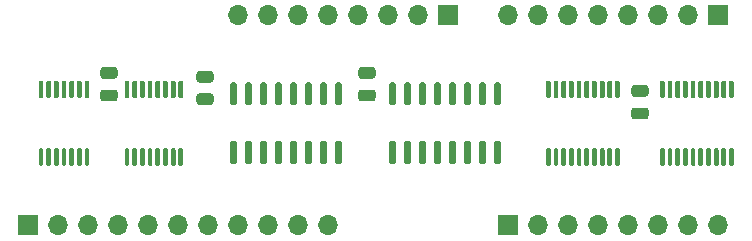
<source format=gbr>
%TF.GenerationSoftware,KiCad,Pcbnew,(5.1.10-1-10_14)*%
%TF.CreationDate,2021-12-11T09:19:18-05:00*%
%TF.ProjectId,control-unit,636f6e74-726f-46c2-9d75-6e69742e6b69,rev?*%
%TF.SameCoordinates,Original*%
%TF.FileFunction,Soldermask,Top*%
%TF.FilePolarity,Negative*%
%FSLAX46Y46*%
G04 Gerber Fmt 4.6, Leading zero omitted, Abs format (unit mm)*
G04 Created by KiCad (PCBNEW (5.1.10-1-10_14)) date 2021-12-11 09:19:18*
%MOMM*%
%LPD*%
G01*
G04 APERTURE LIST*
%ADD10O,1.700000X1.700000*%
%ADD11R,1.700000X1.700000*%
G04 APERTURE END LIST*
%TO.C,C4*%
G36*
G01*
X179865000Y-87572000D02*
X180815000Y-87572000D01*
G75*
G02*
X181065000Y-87822000I0J-250000D01*
G01*
X181065000Y-88322000D01*
G75*
G02*
X180815000Y-88572000I-250000J0D01*
G01*
X179865000Y-88572000D01*
G75*
G02*
X179615000Y-88322000I0J250000D01*
G01*
X179615000Y-87822000D01*
G75*
G02*
X179865000Y-87572000I250000J0D01*
G01*
G37*
G36*
G01*
X179865000Y-85672000D02*
X180815000Y-85672000D01*
G75*
G02*
X181065000Y-85922000I0J-250000D01*
G01*
X181065000Y-86422000D01*
G75*
G02*
X180815000Y-86672000I-250000J0D01*
G01*
X179865000Y-86672000D01*
G75*
G02*
X179615000Y-86422000I0J250000D01*
G01*
X179615000Y-85922000D01*
G75*
G02*
X179865000Y-85672000I250000J0D01*
G01*
G37*
%TD*%
%TO.C,C3*%
G36*
G01*
X135857000Y-85148000D02*
X134907000Y-85148000D01*
G75*
G02*
X134657000Y-84898000I0J250000D01*
G01*
X134657000Y-84398000D01*
G75*
G02*
X134907000Y-84148000I250000J0D01*
G01*
X135857000Y-84148000D01*
G75*
G02*
X136107000Y-84398000I0J-250000D01*
G01*
X136107000Y-84898000D01*
G75*
G02*
X135857000Y-85148000I-250000J0D01*
G01*
G37*
G36*
G01*
X135857000Y-87048000D02*
X134907000Y-87048000D01*
G75*
G02*
X134657000Y-86798000I0J250000D01*
G01*
X134657000Y-86298000D01*
G75*
G02*
X134907000Y-86048000I250000J0D01*
G01*
X135857000Y-86048000D01*
G75*
G02*
X136107000Y-86298000I0J-250000D01*
G01*
X136107000Y-86798000D01*
G75*
G02*
X135857000Y-87048000I-250000J0D01*
G01*
G37*
%TD*%
%TO.C,C2*%
G36*
G01*
X157701000Y-85148000D02*
X156751000Y-85148000D01*
G75*
G02*
X156501000Y-84898000I0J250000D01*
G01*
X156501000Y-84398000D01*
G75*
G02*
X156751000Y-84148000I250000J0D01*
G01*
X157701000Y-84148000D01*
G75*
G02*
X157951000Y-84398000I0J-250000D01*
G01*
X157951000Y-84898000D01*
G75*
G02*
X157701000Y-85148000I-250000J0D01*
G01*
G37*
G36*
G01*
X157701000Y-87048000D02*
X156751000Y-87048000D01*
G75*
G02*
X156501000Y-86798000I0J250000D01*
G01*
X156501000Y-86298000D01*
G75*
G02*
X156751000Y-86048000I250000J0D01*
G01*
X157701000Y-86048000D01*
G75*
G02*
X157951000Y-86298000I0J-250000D01*
G01*
X157951000Y-86798000D01*
G75*
G02*
X157701000Y-87048000I-250000J0D01*
G01*
G37*
%TD*%
%TO.C,C1*%
G36*
G01*
X143985000Y-85468000D02*
X143035000Y-85468000D01*
G75*
G02*
X142785000Y-85218000I0J250000D01*
G01*
X142785000Y-84718000D01*
G75*
G02*
X143035000Y-84468000I250000J0D01*
G01*
X143985000Y-84468000D01*
G75*
G02*
X144235000Y-84718000I0J-250000D01*
G01*
X144235000Y-85218000D01*
G75*
G02*
X143985000Y-85468000I-250000J0D01*
G01*
G37*
G36*
G01*
X143985000Y-87368000D02*
X143035000Y-87368000D01*
G75*
G02*
X142785000Y-87118000I0J250000D01*
G01*
X142785000Y-86618000D01*
G75*
G02*
X143035000Y-86368000I250000J0D01*
G01*
X143985000Y-86368000D01*
G75*
G02*
X144235000Y-86618000I0J-250000D01*
G01*
X144235000Y-87118000D01*
G75*
G02*
X143985000Y-87368000I-250000J0D01*
G01*
G37*
%TD*%
%TO.C,U3*%
G36*
G01*
X182341000Y-86775000D02*
X182141000Y-86775000D01*
G75*
G02*
X182041000Y-86675000I0J100000D01*
G01*
X182041000Y-85400000D01*
G75*
G02*
X182141000Y-85300000I100000J0D01*
G01*
X182341000Y-85300000D01*
G75*
G02*
X182441000Y-85400000I0J-100000D01*
G01*
X182441000Y-86675000D01*
G75*
G02*
X182341000Y-86775000I-100000J0D01*
G01*
G37*
G36*
G01*
X182991000Y-86775000D02*
X182791000Y-86775000D01*
G75*
G02*
X182691000Y-86675000I0J100000D01*
G01*
X182691000Y-85400000D01*
G75*
G02*
X182791000Y-85300000I100000J0D01*
G01*
X182991000Y-85300000D01*
G75*
G02*
X183091000Y-85400000I0J-100000D01*
G01*
X183091000Y-86675000D01*
G75*
G02*
X182991000Y-86775000I-100000J0D01*
G01*
G37*
G36*
G01*
X183641000Y-86775000D02*
X183441000Y-86775000D01*
G75*
G02*
X183341000Y-86675000I0J100000D01*
G01*
X183341000Y-85400000D01*
G75*
G02*
X183441000Y-85300000I100000J0D01*
G01*
X183641000Y-85300000D01*
G75*
G02*
X183741000Y-85400000I0J-100000D01*
G01*
X183741000Y-86675000D01*
G75*
G02*
X183641000Y-86775000I-100000J0D01*
G01*
G37*
G36*
G01*
X184291000Y-86775000D02*
X184091000Y-86775000D01*
G75*
G02*
X183991000Y-86675000I0J100000D01*
G01*
X183991000Y-85400000D01*
G75*
G02*
X184091000Y-85300000I100000J0D01*
G01*
X184291000Y-85300000D01*
G75*
G02*
X184391000Y-85400000I0J-100000D01*
G01*
X184391000Y-86675000D01*
G75*
G02*
X184291000Y-86775000I-100000J0D01*
G01*
G37*
G36*
G01*
X184941000Y-86775000D02*
X184741000Y-86775000D01*
G75*
G02*
X184641000Y-86675000I0J100000D01*
G01*
X184641000Y-85400000D01*
G75*
G02*
X184741000Y-85300000I100000J0D01*
G01*
X184941000Y-85300000D01*
G75*
G02*
X185041000Y-85400000I0J-100000D01*
G01*
X185041000Y-86675000D01*
G75*
G02*
X184941000Y-86775000I-100000J0D01*
G01*
G37*
G36*
G01*
X185591000Y-86775000D02*
X185391000Y-86775000D01*
G75*
G02*
X185291000Y-86675000I0J100000D01*
G01*
X185291000Y-85400000D01*
G75*
G02*
X185391000Y-85300000I100000J0D01*
G01*
X185591000Y-85300000D01*
G75*
G02*
X185691000Y-85400000I0J-100000D01*
G01*
X185691000Y-86675000D01*
G75*
G02*
X185591000Y-86775000I-100000J0D01*
G01*
G37*
G36*
G01*
X186241000Y-86775000D02*
X186041000Y-86775000D01*
G75*
G02*
X185941000Y-86675000I0J100000D01*
G01*
X185941000Y-85400000D01*
G75*
G02*
X186041000Y-85300000I100000J0D01*
G01*
X186241000Y-85300000D01*
G75*
G02*
X186341000Y-85400000I0J-100000D01*
G01*
X186341000Y-86675000D01*
G75*
G02*
X186241000Y-86775000I-100000J0D01*
G01*
G37*
G36*
G01*
X186891000Y-86775000D02*
X186691000Y-86775000D01*
G75*
G02*
X186591000Y-86675000I0J100000D01*
G01*
X186591000Y-85400000D01*
G75*
G02*
X186691000Y-85300000I100000J0D01*
G01*
X186891000Y-85300000D01*
G75*
G02*
X186991000Y-85400000I0J-100000D01*
G01*
X186991000Y-86675000D01*
G75*
G02*
X186891000Y-86775000I-100000J0D01*
G01*
G37*
G36*
G01*
X187541000Y-86775000D02*
X187341000Y-86775000D01*
G75*
G02*
X187241000Y-86675000I0J100000D01*
G01*
X187241000Y-85400000D01*
G75*
G02*
X187341000Y-85300000I100000J0D01*
G01*
X187541000Y-85300000D01*
G75*
G02*
X187641000Y-85400000I0J-100000D01*
G01*
X187641000Y-86675000D01*
G75*
G02*
X187541000Y-86775000I-100000J0D01*
G01*
G37*
G36*
G01*
X188191000Y-86775000D02*
X187991000Y-86775000D01*
G75*
G02*
X187891000Y-86675000I0J100000D01*
G01*
X187891000Y-85400000D01*
G75*
G02*
X187991000Y-85300000I100000J0D01*
G01*
X188191000Y-85300000D01*
G75*
G02*
X188291000Y-85400000I0J-100000D01*
G01*
X188291000Y-86675000D01*
G75*
G02*
X188191000Y-86775000I-100000J0D01*
G01*
G37*
G36*
G01*
X188191000Y-92500000D02*
X187991000Y-92500000D01*
G75*
G02*
X187891000Y-92400000I0J100000D01*
G01*
X187891000Y-91125000D01*
G75*
G02*
X187991000Y-91025000I100000J0D01*
G01*
X188191000Y-91025000D01*
G75*
G02*
X188291000Y-91125000I0J-100000D01*
G01*
X188291000Y-92400000D01*
G75*
G02*
X188191000Y-92500000I-100000J0D01*
G01*
G37*
G36*
G01*
X187541000Y-92500000D02*
X187341000Y-92500000D01*
G75*
G02*
X187241000Y-92400000I0J100000D01*
G01*
X187241000Y-91125000D01*
G75*
G02*
X187341000Y-91025000I100000J0D01*
G01*
X187541000Y-91025000D01*
G75*
G02*
X187641000Y-91125000I0J-100000D01*
G01*
X187641000Y-92400000D01*
G75*
G02*
X187541000Y-92500000I-100000J0D01*
G01*
G37*
G36*
G01*
X186891000Y-92500000D02*
X186691000Y-92500000D01*
G75*
G02*
X186591000Y-92400000I0J100000D01*
G01*
X186591000Y-91125000D01*
G75*
G02*
X186691000Y-91025000I100000J0D01*
G01*
X186891000Y-91025000D01*
G75*
G02*
X186991000Y-91125000I0J-100000D01*
G01*
X186991000Y-92400000D01*
G75*
G02*
X186891000Y-92500000I-100000J0D01*
G01*
G37*
G36*
G01*
X186241000Y-92500000D02*
X186041000Y-92500000D01*
G75*
G02*
X185941000Y-92400000I0J100000D01*
G01*
X185941000Y-91125000D01*
G75*
G02*
X186041000Y-91025000I100000J0D01*
G01*
X186241000Y-91025000D01*
G75*
G02*
X186341000Y-91125000I0J-100000D01*
G01*
X186341000Y-92400000D01*
G75*
G02*
X186241000Y-92500000I-100000J0D01*
G01*
G37*
G36*
G01*
X185591000Y-92500000D02*
X185391000Y-92500000D01*
G75*
G02*
X185291000Y-92400000I0J100000D01*
G01*
X185291000Y-91125000D01*
G75*
G02*
X185391000Y-91025000I100000J0D01*
G01*
X185591000Y-91025000D01*
G75*
G02*
X185691000Y-91125000I0J-100000D01*
G01*
X185691000Y-92400000D01*
G75*
G02*
X185591000Y-92500000I-100000J0D01*
G01*
G37*
G36*
G01*
X184941000Y-92500000D02*
X184741000Y-92500000D01*
G75*
G02*
X184641000Y-92400000I0J100000D01*
G01*
X184641000Y-91125000D01*
G75*
G02*
X184741000Y-91025000I100000J0D01*
G01*
X184941000Y-91025000D01*
G75*
G02*
X185041000Y-91125000I0J-100000D01*
G01*
X185041000Y-92400000D01*
G75*
G02*
X184941000Y-92500000I-100000J0D01*
G01*
G37*
G36*
G01*
X184291000Y-92500000D02*
X184091000Y-92500000D01*
G75*
G02*
X183991000Y-92400000I0J100000D01*
G01*
X183991000Y-91125000D01*
G75*
G02*
X184091000Y-91025000I100000J0D01*
G01*
X184291000Y-91025000D01*
G75*
G02*
X184391000Y-91125000I0J-100000D01*
G01*
X184391000Y-92400000D01*
G75*
G02*
X184291000Y-92500000I-100000J0D01*
G01*
G37*
G36*
G01*
X183641000Y-92500000D02*
X183441000Y-92500000D01*
G75*
G02*
X183341000Y-92400000I0J100000D01*
G01*
X183341000Y-91125000D01*
G75*
G02*
X183441000Y-91025000I100000J0D01*
G01*
X183641000Y-91025000D01*
G75*
G02*
X183741000Y-91125000I0J-100000D01*
G01*
X183741000Y-92400000D01*
G75*
G02*
X183641000Y-92500000I-100000J0D01*
G01*
G37*
G36*
G01*
X182991000Y-92500000D02*
X182791000Y-92500000D01*
G75*
G02*
X182691000Y-92400000I0J100000D01*
G01*
X182691000Y-91125000D01*
G75*
G02*
X182791000Y-91025000I100000J0D01*
G01*
X182991000Y-91025000D01*
G75*
G02*
X183091000Y-91125000I0J-100000D01*
G01*
X183091000Y-92400000D01*
G75*
G02*
X182991000Y-92500000I-100000J0D01*
G01*
G37*
G36*
G01*
X182341000Y-92500000D02*
X182141000Y-92500000D01*
G75*
G02*
X182041000Y-92400000I0J100000D01*
G01*
X182041000Y-91125000D01*
G75*
G02*
X182141000Y-91025000I100000J0D01*
G01*
X182341000Y-91025000D01*
G75*
G02*
X182441000Y-91125000I0J-100000D01*
G01*
X182441000Y-92400000D01*
G75*
G02*
X182341000Y-92500000I-100000J0D01*
G01*
G37*
%TD*%
D10*
%TO.C,J4*%
X169164000Y-79756000D03*
X171704000Y-79756000D03*
X174244000Y-79756000D03*
X176784000Y-79756000D03*
X179324000Y-79756000D03*
X181864000Y-79756000D03*
X184404000Y-79756000D03*
D11*
X186944000Y-79756000D03*
%TD*%
D10*
%TO.C,J3*%
X146304000Y-79756000D03*
X148844000Y-79756000D03*
X151384000Y-79756000D03*
X153924000Y-79756000D03*
X156464000Y-79756000D03*
X159004000Y-79756000D03*
X161544000Y-79756000D03*
D11*
X164084000Y-79756000D03*
%TD*%
D10*
%TO.C,J2*%
X153924000Y-97536000D03*
X151384000Y-97536000D03*
X148844000Y-97536000D03*
X146304000Y-97536000D03*
X143764000Y-97536000D03*
X141224000Y-97536000D03*
X138684000Y-97536000D03*
X136144000Y-97536000D03*
X133604000Y-97536000D03*
X131064000Y-97536000D03*
D11*
X128524000Y-97536000D03*
%TD*%
D10*
%TO.C,J1*%
X186944000Y-97536000D03*
X184404000Y-97536000D03*
X181864000Y-97536000D03*
X179324000Y-97536000D03*
X176784000Y-97536000D03*
X174244000Y-97536000D03*
X171704000Y-97536000D03*
D11*
X169164000Y-97536000D03*
%TD*%
%TO.C,U5*%
G36*
G01*
X137017000Y-86775000D02*
X136817000Y-86775000D01*
G75*
G02*
X136717000Y-86675000I0J100000D01*
G01*
X136717000Y-85400000D01*
G75*
G02*
X136817000Y-85300000I100000J0D01*
G01*
X137017000Y-85300000D01*
G75*
G02*
X137117000Y-85400000I0J-100000D01*
G01*
X137117000Y-86675000D01*
G75*
G02*
X137017000Y-86775000I-100000J0D01*
G01*
G37*
G36*
G01*
X137667000Y-86775000D02*
X137467000Y-86775000D01*
G75*
G02*
X137367000Y-86675000I0J100000D01*
G01*
X137367000Y-85400000D01*
G75*
G02*
X137467000Y-85300000I100000J0D01*
G01*
X137667000Y-85300000D01*
G75*
G02*
X137767000Y-85400000I0J-100000D01*
G01*
X137767000Y-86675000D01*
G75*
G02*
X137667000Y-86775000I-100000J0D01*
G01*
G37*
G36*
G01*
X138317000Y-86775000D02*
X138117000Y-86775000D01*
G75*
G02*
X138017000Y-86675000I0J100000D01*
G01*
X138017000Y-85400000D01*
G75*
G02*
X138117000Y-85300000I100000J0D01*
G01*
X138317000Y-85300000D01*
G75*
G02*
X138417000Y-85400000I0J-100000D01*
G01*
X138417000Y-86675000D01*
G75*
G02*
X138317000Y-86775000I-100000J0D01*
G01*
G37*
G36*
G01*
X138967000Y-86775000D02*
X138767000Y-86775000D01*
G75*
G02*
X138667000Y-86675000I0J100000D01*
G01*
X138667000Y-85400000D01*
G75*
G02*
X138767000Y-85300000I100000J0D01*
G01*
X138967000Y-85300000D01*
G75*
G02*
X139067000Y-85400000I0J-100000D01*
G01*
X139067000Y-86675000D01*
G75*
G02*
X138967000Y-86775000I-100000J0D01*
G01*
G37*
G36*
G01*
X139617000Y-86775000D02*
X139417000Y-86775000D01*
G75*
G02*
X139317000Y-86675000I0J100000D01*
G01*
X139317000Y-85400000D01*
G75*
G02*
X139417000Y-85300000I100000J0D01*
G01*
X139617000Y-85300000D01*
G75*
G02*
X139717000Y-85400000I0J-100000D01*
G01*
X139717000Y-86675000D01*
G75*
G02*
X139617000Y-86775000I-100000J0D01*
G01*
G37*
G36*
G01*
X140267000Y-86775000D02*
X140067000Y-86775000D01*
G75*
G02*
X139967000Y-86675000I0J100000D01*
G01*
X139967000Y-85400000D01*
G75*
G02*
X140067000Y-85300000I100000J0D01*
G01*
X140267000Y-85300000D01*
G75*
G02*
X140367000Y-85400000I0J-100000D01*
G01*
X140367000Y-86675000D01*
G75*
G02*
X140267000Y-86775000I-100000J0D01*
G01*
G37*
G36*
G01*
X140917000Y-86775000D02*
X140717000Y-86775000D01*
G75*
G02*
X140617000Y-86675000I0J100000D01*
G01*
X140617000Y-85400000D01*
G75*
G02*
X140717000Y-85300000I100000J0D01*
G01*
X140917000Y-85300000D01*
G75*
G02*
X141017000Y-85400000I0J-100000D01*
G01*
X141017000Y-86675000D01*
G75*
G02*
X140917000Y-86775000I-100000J0D01*
G01*
G37*
G36*
G01*
X141567000Y-86775000D02*
X141367000Y-86775000D01*
G75*
G02*
X141267000Y-86675000I0J100000D01*
G01*
X141267000Y-85400000D01*
G75*
G02*
X141367000Y-85300000I100000J0D01*
G01*
X141567000Y-85300000D01*
G75*
G02*
X141667000Y-85400000I0J-100000D01*
G01*
X141667000Y-86675000D01*
G75*
G02*
X141567000Y-86775000I-100000J0D01*
G01*
G37*
G36*
G01*
X141567000Y-92500000D02*
X141367000Y-92500000D01*
G75*
G02*
X141267000Y-92400000I0J100000D01*
G01*
X141267000Y-91125000D01*
G75*
G02*
X141367000Y-91025000I100000J0D01*
G01*
X141567000Y-91025000D01*
G75*
G02*
X141667000Y-91125000I0J-100000D01*
G01*
X141667000Y-92400000D01*
G75*
G02*
X141567000Y-92500000I-100000J0D01*
G01*
G37*
G36*
G01*
X140917000Y-92500000D02*
X140717000Y-92500000D01*
G75*
G02*
X140617000Y-92400000I0J100000D01*
G01*
X140617000Y-91125000D01*
G75*
G02*
X140717000Y-91025000I100000J0D01*
G01*
X140917000Y-91025000D01*
G75*
G02*
X141017000Y-91125000I0J-100000D01*
G01*
X141017000Y-92400000D01*
G75*
G02*
X140917000Y-92500000I-100000J0D01*
G01*
G37*
G36*
G01*
X140267000Y-92500000D02*
X140067000Y-92500000D01*
G75*
G02*
X139967000Y-92400000I0J100000D01*
G01*
X139967000Y-91125000D01*
G75*
G02*
X140067000Y-91025000I100000J0D01*
G01*
X140267000Y-91025000D01*
G75*
G02*
X140367000Y-91125000I0J-100000D01*
G01*
X140367000Y-92400000D01*
G75*
G02*
X140267000Y-92500000I-100000J0D01*
G01*
G37*
G36*
G01*
X139617000Y-92500000D02*
X139417000Y-92500000D01*
G75*
G02*
X139317000Y-92400000I0J100000D01*
G01*
X139317000Y-91125000D01*
G75*
G02*
X139417000Y-91025000I100000J0D01*
G01*
X139617000Y-91025000D01*
G75*
G02*
X139717000Y-91125000I0J-100000D01*
G01*
X139717000Y-92400000D01*
G75*
G02*
X139617000Y-92500000I-100000J0D01*
G01*
G37*
G36*
G01*
X138967000Y-92500000D02*
X138767000Y-92500000D01*
G75*
G02*
X138667000Y-92400000I0J100000D01*
G01*
X138667000Y-91125000D01*
G75*
G02*
X138767000Y-91025000I100000J0D01*
G01*
X138967000Y-91025000D01*
G75*
G02*
X139067000Y-91125000I0J-100000D01*
G01*
X139067000Y-92400000D01*
G75*
G02*
X138967000Y-92500000I-100000J0D01*
G01*
G37*
G36*
G01*
X138317000Y-92500000D02*
X138117000Y-92500000D01*
G75*
G02*
X138017000Y-92400000I0J100000D01*
G01*
X138017000Y-91125000D01*
G75*
G02*
X138117000Y-91025000I100000J0D01*
G01*
X138317000Y-91025000D01*
G75*
G02*
X138417000Y-91125000I0J-100000D01*
G01*
X138417000Y-92400000D01*
G75*
G02*
X138317000Y-92500000I-100000J0D01*
G01*
G37*
G36*
G01*
X137667000Y-92500000D02*
X137467000Y-92500000D01*
G75*
G02*
X137367000Y-92400000I0J100000D01*
G01*
X137367000Y-91125000D01*
G75*
G02*
X137467000Y-91025000I100000J0D01*
G01*
X137667000Y-91025000D01*
G75*
G02*
X137767000Y-91125000I0J-100000D01*
G01*
X137767000Y-92400000D01*
G75*
G02*
X137667000Y-92500000I-100000J0D01*
G01*
G37*
G36*
G01*
X137017000Y-92500000D02*
X136817000Y-92500000D01*
G75*
G02*
X136717000Y-92400000I0J100000D01*
G01*
X136717000Y-91125000D01*
G75*
G02*
X136817000Y-91025000I100000J0D01*
G01*
X137017000Y-91025000D01*
G75*
G02*
X137117000Y-91125000I0J-100000D01*
G01*
X137117000Y-92400000D01*
G75*
G02*
X137017000Y-92500000I-100000J0D01*
G01*
G37*
%TD*%
%TO.C,U7*%
G36*
G01*
X159535000Y-87400000D02*
X159235000Y-87400000D01*
G75*
G02*
X159085000Y-87250000I0J150000D01*
G01*
X159085000Y-85600000D01*
G75*
G02*
X159235000Y-85450000I150000J0D01*
G01*
X159535000Y-85450000D01*
G75*
G02*
X159685000Y-85600000I0J-150000D01*
G01*
X159685000Y-87250000D01*
G75*
G02*
X159535000Y-87400000I-150000J0D01*
G01*
G37*
G36*
G01*
X160805000Y-87400000D02*
X160505000Y-87400000D01*
G75*
G02*
X160355000Y-87250000I0J150000D01*
G01*
X160355000Y-85600000D01*
G75*
G02*
X160505000Y-85450000I150000J0D01*
G01*
X160805000Y-85450000D01*
G75*
G02*
X160955000Y-85600000I0J-150000D01*
G01*
X160955000Y-87250000D01*
G75*
G02*
X160805000Y-87400000I-150000J0D01*
G01*
G37*
G36*
G01*
X162075000Y-87400000D02*
X161775000Y-87400000D01*
G75*
G02*
X161625000Y-87250000I0J150000D01*
G01*
X161625000Y-85600000D01*
G75*
G02*
X161775000Y-85450000I150000J0D01*
G01*
X162075000Y-85450000D01*
G75*
G02*
X162225000Y-85600000I0J-150000D01*
G01*
X162225000Y-87250000D01*
G75*
G02*
X162075000Y-87400000I-150000J0D01*
G01*
G37*
G36*
G01*
X163345000Y-87400000D02*
X163045000Y-87400000D01*
G75*
G02*
X162895000Y-87250000I0J150000D01*
G01*
X162895000Y-85600000D01*
G75*
G02*
X163045000Y-85450000I150000J0D01*
G01*
X163345000Y-85450000D01*
G75*
G02*
X163495000Y-85600000I0J-150000D01*
G01*
X163495000Y-87250000D01*
G75*
G02*
X163345000Y-87400000I-150000J0D01*
G01*
G37*
G36*
G01*
X164615000Y-87400000D02*
X164315000Y-87400000D01*
G75*
G02*
X164165000Y-87250000I0J150000D01*
G01*
X164165000Y-85600000D01*
G75*
G02*
X164315000Y-85450000I150000J0D01*
G01*
X164615000Y-85450000D01*
G75*
G02*
X164765000Y-85600000I0J-150000D01*
G01*
X164765000Y-87250000D01*
G75*
G02*
X164615000Y-87400000I-150000J0D01*
G01*
G37*
G36*
G01*
X165885000Y-87400000D02*
X165585000Y-87400000D01*
G75*
G02*
X165435000Y-87250000I0J150000D01*
G01*
X165435000Y-85600000D01*
G75*
G02*
X165585000Y-85450000I150000J0D01*
G01*
X165885000Y-85450000D01*
G75*
G02*
X166035000Y-85600000I0J-150000D01*
G01*
X166035000Y-87250000D01*
G75*
G02*
X165885000Y-87400000I-150000J0D01*
G01*
G37*
G36*
G01*
X167155000Y-87400000D02*
X166855000Y-87400000D01*
G75*
G02*
X166705000Y-87250000I0J150000D01*
G01*
X166705000Y-85600000D01*
G75*
G02*
X166855000Y-85450000I150000J0D01*
G01*
X167155000Y-85450000D01*
G75*
G02*
X167305000Y-85600000I0J-150000D01*
G01*
X167305000Y-87250000D01*
G75*
G02*
X167155000Y-87400000I-150000J0D01*
G01*
G37*
G36*
G01*
X168425000Y-87400000D02*
X168125000Y-87400000D01*
G75*
G02*
X167975000Y-87250000I0J150000D01*
G01*
X167975000Y-85600000D01*
G75*
G02*
X168125000Y-85450000I150000J0D01*
G01*
X168425000Y-85450000D01*
G75*
G02*
X168575000Y-85600000I0J-150000D01*
G01*
X168575000Y-87250000D01*
G75*
G02*
X168425000Y-87400000I-150000J0D01*
G01*
G37*
G36*
G01*
X168425000Y-92350000D02*
X168125000Y-92350000D01*
G75*
G02*
X167975000Y-92200000I0J150000D01*
G01*
X167975000Y-90550000D01*
G75*
G02*
X168125000Y-90400000I150000J0D01*
G01*
X168425000Y-90400000D01*
G75*
G02*
X168575000Y-90550000I0J-150000D01*
G01*
X168575000Y-92200000D01*
G75*
G02*
X168425000Y-92350000I-150000J0D01*
G01*
G37*
G36*
G01*
X167155000Y-92350000D02*
X166855000Y-92350000D01*
G75*
G02*
X166705000Y-92200000I0J150000D01*
G01*
X166705000Y-90550000D01*
G75*
G02*
X166855000Y-90400000I150000J0D01*
G01*
X167155000Y-90400000D01*
G75*
G02*
X167305000Y-90550000I0J-150000D01*
G01*
X167305000Y-92200000D01*
G75*
G02*
X167155000Y-92350000I-150000J0D01*
G01*
G37*
G36*
G01*
X165885000Y-92350000D02*
X165585000Y-92350000D01*
G75*
G02*
X165435000Y-92200000I0J150000D01*
G01*
X165435000Y-90550000D01*
G75*
G02*
X165585000Y-90400000I150000J0D01*
G01*
X165885000Y-90400000D01*
G75*
G02*
X166035000Y-90550000I0J-150000D01*
G01*
X166035000Y-92200000D01*
G75*
G02*
X165885000Y-92350000I-150000J0D01*
G01*
G37*
G36*
G01*
X164615000Y-92350000D02*
X164315000Y-92350000D01*
G75*
G02*
X164165000Y-92200000I0J150000D01*
G01*
X164165000Y-90550000D01*
G75*
G02*
X164315000Y-90400000I150000J0D01*
G01*
X164615000Y-90400000D01*
G75*
G02*
X164765000Y-90550000I0J-150000D01*
G01*
X164765000Y-92200000D01*
G75*
G02*
X164615000Y-92350000I-150000J0D01*
G01*
G37*
G36*
G01*
X163345000Y-92350000D02*
X163045000Y-92350000D01*
G75*
G02*
X162895000Y-92200000I0J150000D01*
G01*
X162895000Y-90550000D01*
G75*
G02*
X163045000Y-90400000I150000J0D01*
G01*
X163345000Y-90400000D01*
G75*
G02*
X163495000Y-90550000I0J-150000D01*
G01*
X163495000Y-92200000D01*
G75*
G02*
X163345000Y-92350000I-150000J0D01*
G01*
G37*
G36*
G01*
X162075000Y-92350000D02*
X161775000Y-92350000D01*
G75*
G02*
X161625000Y-92200000I0J150000D01*
G01*
X161625000Y-90550000D01*
G75*
G02*
X161775000Y-90400000I150000J0D01*
G01*
X162075000Y-90400000D01*
G75*
G02*
X162225000Y-90550000I0J-150000D01*
G01*
X162225000Y-92200000D01*
G75*
G02*
X162075000Y-92350000I-150000J0D01*
G01*
G37*
G36*
G01*
X160805000Y-92350000D02*
X160505000Y-92350000D01*
G75*
G02*
X160355000Y-92200000I0J150000D01*
G01*
X160355000Y-90550000D01*
G75*
G02*
X160505000Y-90400000I150000J0D01*
G01*
X160805000Y-90400000D01*
G75*
G02*
X160955000Y-90550000I0J-150000D01*
G01*
X160955000Y-92200000D01*
G75*
G02*
X160805000Y-92350000I-150000J0D01*
G01*
G37*
G36*
G01*
X159535000Y-92350000D02*
X159235000Y-92350000D01*
G75*
G02*
X159085000Y-92200000I0J150000D01*
G01*
X159085000Y-90550000D01*
G75*
G02*
X159235000Y-90400000I150000J0D01*
G01*
X159535000Y-90400000D01*
G75*
G02*
X159685000Y-90550000I0J-150000D01*
G01*
X159685000Y-92200000D01*
G75*
G02*
X159535000Y-92350000I-150000J0D01*
G01*
G37*
%TD*%
%TO.C,U4*%
G36*
G01*
X146073000Y-87400000D02*
X145773000Y-87400000D01*
G75*
G02*
X145623000Y-87250000I0J150000D01*
G01*
X145623000Y-85600000D01*
G75*
G02*
X145773000Y-85450000I150000J0D01*
G01*
X146073000Y-85450000D01*
G75*
G02*
X146223000Y-85600000I0J-150000D01*
G01*
X146223000Y-87250000D01*
G75*
G02*
X146073000Y-87400000I-150000J0D01*
G01*
G37*
G36*
G01*
X147343000Y-87400000D02*
X147043000Y-87400000D01*
G75*
G02*
X146893000Y-87250000I0J150000D01*
G01*
X146893000Y-85600000D01*
G75*
G02*
X147043000Y-85450000I150000J0D01*
G01*
X147343000Y-85450000D01*
G75*
G02*
X147493000Y-85600000I0J-150000D01*
G01*
X147493000Y-87250000D01*
G75*
G02*
X147343000Y-87400000I-150000J0D01*
G01*
G37*
G36*
G01*
X148613000Y-87400000D02*
X148313000Y-87400000D01*
G75*
G02*
X148163000Y-87250000I0J150000D01*
G01*
X148163000Y-85600000D01*
G75*
G02*
X148313000Y-85450000I150000J0D01*
G01*
X148613000Y-85450000D01*
G75*
G02*
X148763000Y-85600000I0J-150000D01*
G01*
X148763000Y-87250000D01*
G75*
G02*
X148613000Y-87400000I-150000J0D01*
G01*
G37*
G36*
G01*
X149883000Y-87400000D02*
X149583000Y-87400000D01*
G75*
G02*
X149433000Y-87250000I0J150000D01*
G01*
X149433000Y-85600000D01*
G75*
G02*
X149583000Y-85450000I150000J0D01*
G01*
X149883000Y-85450000D01*
G75*
G02*
X150033000Y-85600000I0J-150000D01*
G01*
X150033000Y-87250000D01*
G75*
G02*
X149883000Y-87400000I-150000J0D01*
G01*
G37*
G36*
G01*
X151153000Y-87400000D02*
X150853000Y-87400000D01*
G75*
G02*
X150703000Y-87250000I0J150000D01*
G01*
X150703000Y-85600000D01*
G75*
G02*
X150853000Y-85450000I150000J0D01*
G01*
X151153000Y-85450000D01*
G75*
G02*
X151303000Y-85600000I0J-150000D01*
G01*
X151303000Y-87250000D01*
G75*
G02*
X151153000Y-87400000I-150000J0D01*
G01*
G37*
G36*
G01*
X152423000Y-87400000D02*
X152123000Y-87400000D01*
G75*
G02*
X151973000Y-87250000I0J150000D01*
G01*
X151973000Y-85600000D01*
G75*
G02*
X152123000Y-85450000I150000J0D01*
G01*
X152423000Y-85450000D01*
G75*
G02*
X152573000Y-85600000I0J-150000D01*
G01*
X152573000Y-87250000D01*
G75*
G02*
X152423000Y-87400000I-150000J0D01*
G01*
G37*
G36*
G01*
X153693000Y-87400000D02*
X153393000Y-87400000D01*
G75*
G02*
X153243000Y-87250000I0J150000D01*
G01*
X153243000Y-85600000D01*
G75*
G02*
X153393000Y-85450000I150000J0D01*
G01*
X153693000Y-85450000D01*
G75*
G02*
X153843000Y-85600000I0J-150000D01*
G01*
X153843000Y-87250000D01*
G75*
G02*
X153693000Y-87400000I-150000J0D01*
G01*
G37*
G36*
G01*
X154963000Y-87400000D02*
X154663000Y-87400000D01*
G75*
G02*
X154513000Y-87250000I0J150000D01*
G01*
X154513000Y-85600000D01*
G75*
G02*
X154663000Y-85450000I150000J0D01*
G01*
X154963000Y-85450000D01*
G75*
G02*
X155113000Y-85600000I0J-150000D01*
G01*
X155113000Y-87250000D01*
G75*
G02*
X154963000Y-87400000I-150000J0D01*
G01*
G37*
G36*
G01*
X154963000Y-92350000D02*
X154663000Y-92350000D01*
G75*
G02*
X154513000Y-92200000I0J150000D01*
G01*
X154513000Y-90550000D01*
G75*
G02*
X154663000Y-90400000I150000J0D01*
G01*
X154963000Y-90400000D01*
G75*
G02*
X155113000Y-90550000I0J-150000D01*
G01*
X155113000Y-92200000D01*
G75*
G02*
X154963000Y-92350000I-150000J0D01*
G01*
G37*
G36*
G01*
X153693000Y-92350000D02*
X153393000Y-92350000D01*
G75*
G02*
X153243000Y-92200000I0J150000D01*
G01*
X153243000Y-90550000D01*
G75*
G02*
X153393000Y-90400000I150000J0D01*
G01*
X153693000Y-90400000D01*
G75*
G02*
X153843000Y-90550000I0J-150000D01*
G01*
X153843000Y-92200000D01*
G75*
G02*
X153693000Y-92350000I-150000J0D01*
G01*
G37*
G36*
G01*
X152423000Y-92350000D02*
X152123000Y-92350000D01*
G75*
G02*
X151973000Y-92200000I0J150000D01*
G01*
X151973000Y-90550000D01*
G75*
G02*
X152123000Y-90400000I150000J0D01*
G01*
X152423000Y-90400000D01*
G75*
G02*
X152573000Y-90550000I0J-150000D01*
G01*
X152573000Y-92200000D01*
G75*
G02*
X152423000Y-92350000I-150000J0D01*
G01*
G37*
G36*
G01*
X151153000Y-92350000D02*
X150853000Y-92350000D01*
G75*
G02*
X150703000Y-92200000I0J150000D01*
G01*
X150703000Y-90550000D01*
G75*
G02*
X150853000Y-90400000I150000J0D01*
G01*
X151153000Y-90400000D01*
G75*
G02*
X151303000Y-90550000I0J-150000D01*
G01*
X151303000Y-92200000D01*
G75*
G02*
X151153000Y-92350000I-150000J0D01*
G01*
G37*
G36*
G01*
X149883000Y-92350000D02*
X149583000Y-92350000D01*
G75*
G02*
X149433000Y-92200000I0J150000D01*
G01*
X149433000Y-90550000D01*
G75*
G02*
X149583000Y-90400000I150000J0D01*
G01*
X149883000Y-90400000D01*
G75*
G02*
X150033000Y-90550000I0J-150000D01*
G01*
X150033000Y-92200000D01*
G75*
G02*
X149883000Y-92350000I-150000J0D01*
G01*
G37*
G36*
G01*
X148613000Y-92350000D02*
X148313000Y-92350000D01*
G75*
G02*
X148163000Y-92200000I0J150000D01*
G01*
X148163000Y-90550000D01*
G75*
G02*
X148313000Y-90400000I150000J0D01*
G01*
X148613000Y-90400000D01*
G75*
G02*
X148763000Y-90550000I0J-150000D01*
G01*
X148763000Y-92200000D01*
G75*
G02*
X148613000Y-92350000I-150000J0D01*
G01*
G37*
G36*
G01*
X147343000Y-92350000D02*
X147043000Y-92350000D01*
G75*
G02*
X146893000Y-92200000I0J150000D01*
G01*
X146893000Y-90550000D01*
G75*
G02*
X147043000Y-90400000I150000J0D01*
G01*
X147343000Y-90400000D01*
G75*
G02*
X147493000Y-90550000I0J-150000D01*
G01*
X147493000Y-92200000D01*
G75*
G02*
X147343000Y-92350000I-150000J0D01*
G01*
G37*
G36*
G01*
X146073000Y-92350000D02*
X145773000Y-92350000D01*
G75*
G02*
X145623000Y-92200000I0J150000D01*
G01*
X145623000Y-90550000D01*
G75*
G02*
X145773000Y-90400000I150000J0D01*
G01*
X146073000Y-90400000D01*
G75*
G02*
X146223000Y-90550000I0J-150000D01*
G01*
X146223000Y-92200000D01*
G75*
G02*
X146073000Y-92350000I-150000J0D01*
G01*
G37*
%TD*%
%TO.C,U2*%
G36*
G01*
X172689000Y-86775000D02*
X172489000Y-86775000D01*
G75*
G02*
X172389000Y-86675000I0J100000D01*
G01*
X172389000Y-85400000D01*
G75*
G02*
X172489000Y-85300000I100000J0D01*
G01*
X172689000Y-85300000D01*
G75*
G02*
X172789000Y-85400000I0J-100000D01*
G01*
X172789000Y-86675000D01*
G75*
G02*
X172689000Y-86775000I-100000J0D01*
G01*
G37*
G36*
G01*
X173339000Y-86775000D02*
X173139000Y-86775000D01*
G75*
G02*
X173039000Y-86675000I0J100000D01*
G01*
X173039000Y-85400000D01*
G75*
G02*
X173139000Y-85300000I100000J0D01*
G01*
X173339000Y-85300000D01*
G75*
G02*
X173439000Y-85400000I0J-100000D01*
G01*
X173439000Y-86675000D01*
G75*
G02*
X173339000Y-86775000I-100000J0D01*
G01*
G37*
G36*
G01*
X173989000Y-86775000D02*
X173789000Y-86775000D01*
G75*
G02*
X173689000Y-86675000I0J100000D01*
G01*
X173689000Y-85400000D01*
G75*
G02*
X173789000Y-85300000I100000J0D01*
G01*
X173989000Y-85300000D01*
G75*
G02*
X174089000Y-85400000I0J-100000D01*
G01*
X174089000Y-86675000D01*
G75*
G02*
X173989000Y-86775000I-100000J0D01*
G01*
G37*
G36*
G01*
X174639000Y-86775000D02*
X174439000Y-86775000D01*
G75*
G02*
X174339000Y-86675000I0J100000D01*
G01*
X174339000Y-85400000D01*
G75*
G02*
X174439000Y-85300000I100000J0D01*
G01*
X174639000Y-85300000D01*
G75*
G02*
X174739000Y-85400000I0J-100000D01*
G01*
X174739000Y-86675000D01*
G75*
G02*
X174639000Y-86775000I-100000J0D01*
G01*
G37*
G36*
G01*
X175289000Y-86775000D02*
X175089000Y-86775000D01*
G75*
G02*
X174989000Y-86675000I0J100000D01*
G01*
X174989000Y-85400000D01*
G75*
G02*
X175089000Y-85300000I100000J0D01*
G01*
X175289000Y-85300000D01*
G75*
G02*
X175389000Y-85400000I0J-100000D01*
G01*
X175389000Y-86675000D01*
G75*
G02*
X175289000Y-86775000I-100000J0D01*
G01*
G37*
G36*
G01*
X175939000Y-86775000D02*
X175739000Y-86775000D01*
G75*
G02*
X175639000Y-86675000I0J100000D01*
G01*
X175639000Y-85400000D01*
G75*
G02*
X175739000Y-85300000I100000J0D01*
G01*
X175939000Y-85300000D01*
G75*
G02*
X176039000Y-85400000I0J-100000D01*
G01*
X176039000Y-86675000D01*
G75*
G02*
X175939000Y-86775000I-100000J0D01*
G01*
G37*
G36*
G01*
X176589000Y-86775000D02*
X176389000Y-86775000D01*
G75*
G02*
X176289000Y-86675000I0J100000D01*
G01*
X176289000Y-85400000D01*
G75*
G02*
X176389000Y-85300000I100000J0D01*
G01*
X176589000Y-85300000D01*
G75*
G02*
X176689000Y-85400000I0J-100000D01*
G01*
X176689000Y-86675000D01*
G75*
G02*
X176589000Y-86775000I-100000J0D01*
G01*
G37*
G36*
G01*
X177239000Y-86775000D02*
X177039000Y-86775000D01*
G75*
G02*
X176939000Y-86675000I0J100000D01*
G01*
X176939000Y-85400000D01*
G75*
G02*
X177039000Y-85300000I100000J0D01*
G01*
X177239000Y-85300000D01*
G75*
G02*
X177339000Y-85400000I0J-100000D01*
G01*
X177339000Y-86675000D01*
G75*
G02*
X177239000Y-86775000I-100000J0D01*
G01*
G37*
G36*
G01*
X177889000Y-86775000D02*
X177689000Y-86775000D01*
G75*
G02*
X177589000Y-86675000I0J100000D01*
G01*
X177589000Y-85400000D01*
G75*
G02*
X177689000Y-85300000I100000J0D01*
G01*
X177889000Y-85300000D01*
G75*
G02*
X177989000Y-85400000I0J-100000D01*
G01*
X177989000Y-86675000D01*
G75*
G02*
X177889000Y-86775000I-100000J0D01*
G01*
G37*
G36*
G01*
X178539000Y-86775000D02*
X178339000Y-86775000D01*
G75*
G02*
X178239000Y-86675000I0J100000D01*
G01*
X178239000Y-85400000D01*
G75*
G02*
X178339000Y-85300000I100000J0D01*
G01*
X178539000Y-85300000D01*
G75*
G02*
X178639000Y-85400000I0J-100000D01*
G01*
X178639000Y-86675000D01*
G75*
G02*
X178539000Y-86775000I-100000J0D01*
G01*
G37*
G36*
G01*
X178539000Y-92500000D02*
X178339000Y-92500000D01*
G75*
G02*
X178239000Y-92400000I0J100000D01*
G01*
X178239000Y-91125000D01*
G75*
G02*
X178339000Y-91025000I100000J0D01*
G01*
X178539000Y-91025000D01*
G75*
G02*
X178639000Y-91125000I0J-100000D01*
G01*
X178639000Y-92400000D01*
G75*
G02*
X178539000Y-92500000I-100000J0D01*
G01*
G37*
G36*
G01*
X177889000Y-92500000D02*
X177689000Y-92500000D01*
G75*
G02*
X177589000Y-92400000I0J100000D01*
G01*
X177589000Y-91125000D01*
G75*
G02*
X177689000Y-91025000I100000J0D01*
G01*
X177889000Y-91025000D01*
G75*
G02*
X177989000Y-91125000I0J-100000D01*
G01*
X177989000Y-92400000D01*
G75*
G02*
X177889000Y-92500000I-100000J0D01*
G01*
G37*
G36*
G01*
X177239000Y-92500000D02*
X177039000Y-92500000D01*
G75*
G02*
X176939000Y-92400000I0J100000D01*
G01*
X176939000Y-91125000D01*
G75*
G02*
X177039000Y-91025000I100000J0D01*
G01*
X177239000Y-91025000D01*
G75*
G02*
X177339000Y-91125000I0J-100000D01*
G01*
X177339000Y-92400000D01*
G75*
G02*
X177239000Y-92500000I-100000J0D01*
G01*
G37*
G36*
G01*
X176589000Y-92500000D02*
X176389000Y-92500000D01*
G75*
G02*
X176289000Y-92400000I0J100000D01*
G01*
X176289000Y-91125000D01*
G75*
G02*
X176389000Y-91025000I100000J0D01*
G01*
X176589000Y-91025000D01*
G75*
G02*
X176689000Y-91125000I0J-100000D01*
G01*
X176689000Y-92400000D01*
G75*
G02*
X176589000Y-92500000I-100000J0D01*
G01*
G37*
G36*
G01*
X175939000Y-92500000D02*
X175739000Y-92500000D01*
G75*
G02*
X175639000Y-92400000I0J100000D01*
G01*
X175639000Y-91125000D01*
G75*
G02*
X175739000Y-91025000I100000J0D01*
G01*
X175939000Y-91025000D01*
G75*
G02*
X176039000Y-91125000I0J-100000D01*
G01*
X176039000Y-92400000D01*
G75*
G02*
X175939000Y-92500000I-100000J0D01*
G01*
G37*
G36*
G01*
X175289000Y-92500000D02*
X175089000Y-92500000D01*
G75*
G02*
X174989000Y-92400000I0J100000D01*
G01*
X174989000Y-91125000D01*
G75*
G02*
X175089000Y-91025000I100000J0D01*
G01*
X175289000Y-91025000D01*
G75*
G02*
X175389000Y-91125000I0J-100000D01*
G01*
X175389000Y-92400000D01*
G75*
G02*
X175289000Y-92500000I-100000J0D01*
G01*
G37*
G36*
G01*
X174639000Y-92500000D02*
X174439000Y-92500000D01*
G75*
G02*
X174339000Y-92400000I0J100000D01*
G01*
X174339000Y-91125000D01*
G75*
G02*
X174439000Y-91025000I100000J0D01*
G01*
X174639000Y-91025000D01*
G75*
G02*
X174739000Y-91125000I0J-100000D01*
G01*
X174739000Y-92400000D01*
G75*
G02*
X174639000Y-92500000I-100000J0D01*
G01*
G37*
G36*
G01*
X173989000Y-92500000D02*
X173789000Y-92500000D01*
G75*
G02*
X173689000Y-92400000I0J100000D01*
G01*
X173689000Y-91125000D01*
G75*
G02*
X173789000Y-91025000I100000J0D01*
G01*
X173989000Y-91025000D01*
G75*
G02*
X174089000Y-91125000I0J-100000D01*
G01*
X174089000Y-92400000D01*
G75*
G02*
X173989000Y-92500000I-100000J0D01*
G01*
G37*
G36*
G01*
X173339000Y-92500000D02*
X173139000Y-92500000D01*
G75*
G02*
X173039000Y-92400000I0J100000D01*
G01*
X173039000Y-91125000D01*
G75*
G02*
X173139000Y-91025000I100000J0D01*
G01*
X173339000Y-91025000D01*
G75*
G02*
X173439000Y-91125000I0J-100000D01*
G01*
X173439000Y-92400000D01*
G75*
G02*
X173339000Y-92500000I-100000J0D01*
G01*
G37*
G36*
G01*
X172689000Y-92500000D02*
X172489000Y-92500000D01*
G75*
G02*
X172389000Y-92400000I0J100000D01*
G01*
X172389000Y-91125000D01*
G75*
G02*
X172489000Y-91025000I100000J0D01*
G01*
X172689000Y-91025000D01*
G75*
G02*
X172789000Y-91125000I0J-100000D01*
G01*
X172789000Y-92400000D01*
G75*
G02*
X172689000Y-92500000I-100000J0D01*
G01*
G37*
%TD*%
%TO.C,U1*%
G36*
G01*
X129722000Y-86775000D02*
X129522000Y-86775000D01*
G75*
G02*
X129422000Y-86675000I0J100000D01*
G01*
X129422000Y-85400000D01*
G75*
G02*
X129522000Y-85300000I100000J0D01*
G01*
X129722000Y-85300000D01*
G75*
G02*
X129822000Y-85400000I0J-100000D01*
G01*
X129822000Y-86675000D01*
G75*
G02*
X129722000Y-86775000I-100000J0D01*
G01*
G37*
G36*
G01*
X130372000Y-86775000D02*
X130172000Y-86775000D01*
G75*
G02*
X130072000Y-86675000I0J100000D01*
G01*
X130072000Y-85400000D01*
G75*
G02*
X130172000Y-85300000I100000J0D01*
G01*
X130372000Y-85300000D01*
G75*
G02*
X130472000Y-85400000I0J-100000D01*
G01*
X130472000Y-86675000D01*
G75*
G02*
X130372000Y-86775000I-100000J0D01*
G01*
G37*
G36*
G01*
X131022000Y-86775000D02*
X130822000Y-86775000D01*
G75*
G02*
X130722000Y-86675000I0J100000D01*
G01*
X130722000Y-85400000D01*
G75*
G02*
X130822000Y-85300000I100000J0D01*
G01*
X131022000Y-85300000D01*
G75*
G02*
X131122000Y-85400000I0J-100000D01*
G01*
X131122000Y-86675000D01*
G75*
G02*
X131022000Y-86775000I-100000J0D01*
G01*
G37*
G36*
G01*
X131672000Y-86775000D02*
X131472000Y-86775000D01*
G75*
G02*
X131372000Y-86675000I0J100000D01*
G01*
X131372000Y-85400000D01*
G75*
G02*
X131472000Y-85300000I100000J0D01*
G01*
X131672000Y-85300000D01*
G75*
G02*
X131772000Y-85400000I0J-100000D01*
G01*
X131772000Y-86675000D01*
G75*
G02*
X131672000Y-86775000I-100000J0D01*
G01*
G37*
G36*
G01*
X132322000Y-86775000D02*
X132122000Y-86775000D01*
G75*
G02*
X132022000Y-86675000I0J100000D01*
G01*
X132022000Y-85400000D01*
G75*
G02*
X132122000Y-85300000I100000J0D01*
G01*
X132322000Y-85300000D01*
G75*
G02*
X132422000Y-85400000I0J-100000D01*
G01*
X132422000Y-86675000D01*
G75*
G02*
X132322000Y-86775000I-100000J0D01*
G01*
G37*
G36*
G01*
X132972000Y-86775000D02*
X132772000Y-86775000D01*
G75*
G02*
X132672000Y-86675000I0J100000D01*
G01*
X132672000Y-85400000D01*
G75*
G02*
X132772000Y-85300000I100000J0D01*
G01*
X132972000Y-85300000D01*
G75*
G02*
X133072000Y-85400000I0J-100000D01*
G01*
X133072000Y-86675000D01*
G75*
G02*
X132972000Y-86775000I-100000J0D01*
G01*
G37*
G36*
G01*
X133622000Y-86775000D02*
X133422000Y-86775000D01*
G75*
G02*
X133322000Y-86675000I0J100000D01*
G01*
X133322000Y-85400000D01*
G75*
G02*
X133422000Y-85300000I100000J0D01*
G01*
X133622000Y-85300000D01*
G75*
G02*
X133722000Y-85400000I0J-100000D01*
G01*
X133722000Y-86675000D01*
G75*
G02*
X133622000Y-86775000I-100000J0D01*
G01*
G37*
G36*
G01*
X133622000Y-92500000D02*
X133422000Y-92500000D01*
G75*
G02*
X133322000Y-92400000I0J100000D01*
G01*
X133322000Y-91125000D01*
G75*
G02*
X133422000Y-91025000I100000J0D01*
G01*
X133622000Y-91025000D01*
G75*
G02*
X133722000Y-91125000I0J-100000D01*
G01*
X133722000Y-92400000D01*
G75*
G02*
X133622000Y-92500000I-100000J0D01*
G01*
G37*
G36*
G01*
X132972000Y-92500000D02*
X132772000Y-92500000D01*
G75*
G02*
X132672000Y-92400000I0J100000D01*
G01*
X132672000Y-91125000D01*
G75*
G02*
X132772000Y-91025000I100000J0D01*
G01*
X132972000Y-91025000D01*
G75*
G02*
X133072000Y-91125000I0J-100000D01*
G01*
X133072000Y-92400000D01*
G75*
G02*
X132972000Y-92500000I-100000J0D01*
G01*
G37*
G36*
G01*
X132322000Y-92500000D02*
X132122000Y-92500000D01*
G75*
G02*
X132022000Y-92400000I0J100000D01*
G01*
X132022000Y-91125000D01*
G75*
G02*
X132122000Y-91025000I100000J0D01*
G01*
X132322000Y-91025000D01*
G75*
G02*
X132422000Y-91125000I0J-100000D01*
G01*
X132422000Y-92400000D01*
G75*
G02*
X132322000Y-92500000I-100000J0D01*
G01*
G37*
G36*
G01*
X131672000Y-92500000D02*
X131472000Y-92500000D01*
G75*
G02*
X131372000Y-92400000I0J100000D01*
G01*
X131372000Y-91125000D01*
G75*
G02*
X131472000Y-91025000I100000J0D01*
G01*
X131672000Y-91025000D01*
G75*
G02*
X131772000Y-91125000I0J-100000D01*
G01*
X131772000Y-92400000D01*
G75*
G02*
X131672000Y-92500000I-100000J0D01*
G01*
G37*
G36*
G01*
X131022000Y-92500000D02*
X130822000Y-92500000D01*
G75*
G02*
X130722000Y-92400000I0J100000D01*
G01*
X130722000Y-91125000D01*
G75*
G02*
X130822000Y-91025000I100000J0D01*
G01*
X131022000Y-91025000D01*
G75*
G02*
X131122000Y-91125000I0J-100000D01*
G01*
X131122000Y-92400000D01*
G75*
G02*
X131022000Y-92500000I-100000J0D01*
G01*
G37*
G36*
G01*
X130372000Y-92500000D02*
X130172000Y-92500000D01*
G75*
G02*
X130072000Y-92400000I0J100000D01*
G01*
X130072000Y-91125000D01*
G75*
G02*
X130172000Y-91025000I100000J0D01*
G01*
X130372000Y-91025000D01*
G75*
G02*
X130472000Y-91125000I0J-100000D01*
G01*
X130472000Y-92400000D01*
G75*
G02*
X130372000Y-92500000I-100000J0D01*
G01*
G37*
G36*
G01*
X129722000Y-92500000D02*
X129522000Y-92500000D01*
G75*
G02*
X129422000Y-92400000I0J100000D01*
G01*
X129422000Y-91125000D01*
G75*
G02*
X129522000Y-91025000I100000J0D01*
G01*
X129722000Y-91025000D01*
G75*
G02*
X129822000Y-91125000I0J-100000D01*
G01*
X129822000Y-92400000D01*
G75*
G02*
X129722000Y-92500000I-100000J0D01*
G01*
G37*
%TD*%
M02*

</source>
